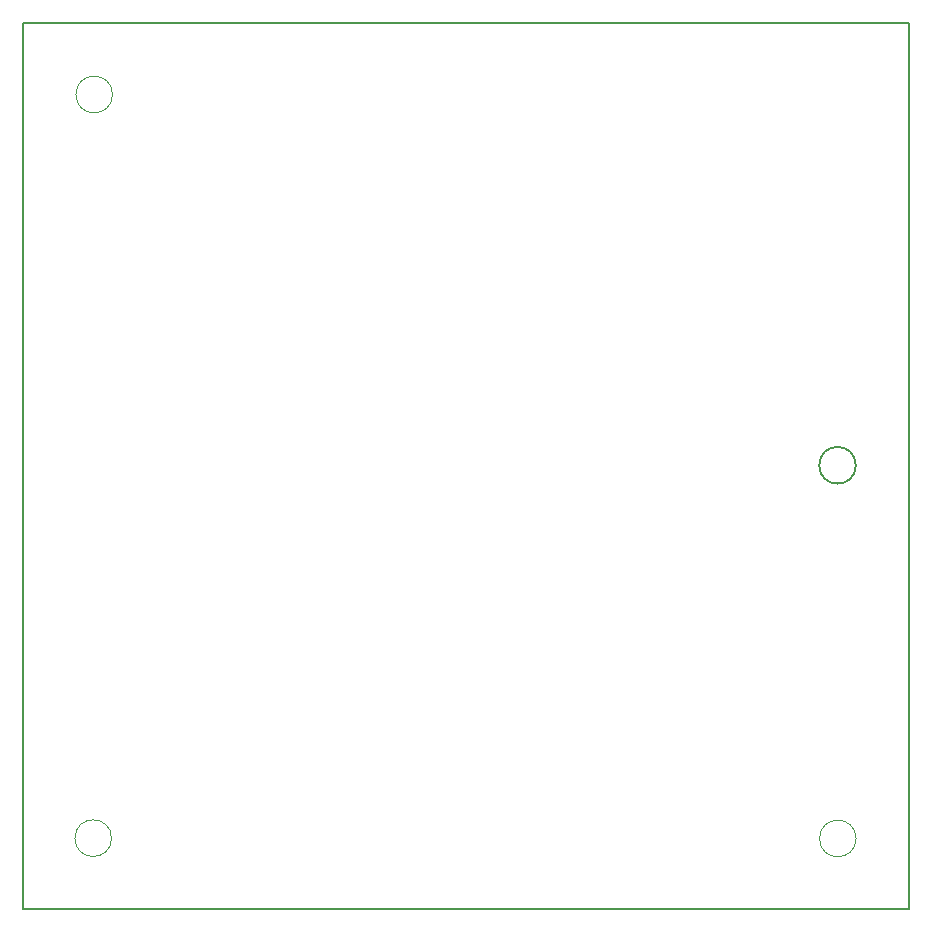
<source format=gm1>
G04 #@! TF.GenerationSoftware,KiCad,Pcbnew,(6.0.11)*
G04 #@! TF.CreationDate,2024-04-06T01:18:53+03:00*
G04 #@! TF.ProjectId,communication_module_PCB,636f6d6d-756e-4696-9361-74696f6e5f6d,rev?*
G04 #@! TF.SameCoordinates,Original*
G04 #@! TF.FileFunction,Profile,NP*
%FSLAX46Y46*%
G04 Gerber Fmt 4.6, Leading zero omitted, Abs format (unit mm)*
G04 Created by KiCad (PCBNEW (6.0.11)) date 2024-04-06 01:18:53*
%MOMM*%
%LPD*%
G01*
G04 APERTURE LIST*
G04 #@! TA.AperFunction,Profile*
%ADD10C,0.100000*%
G04 #@! TD*
G04 #@! TA.AperFunction,Profile*
%ADD11C,0.200000*%
G04 #@! TD*
G04 #@! TA.AperFunction,Profile*
%ADD12C,0.150000*%
G04 #@! TD*
G04 APERTURE END LIST*
D10*
X19485200Y-18440400D02*
G75*
G03*
X19485200Y-18440400I-1550000J0D01*
G01*
D11*
X82423600Y-49834800D02*
G75*
G03*
X82423600Y-49834800I-1550000J0D01*
G01*
D10*
X19406200Y-81404200D02*
G75*
G03*
X19406200Y-81404200I-1550000J0D01*
G01*
X82446200Y-81432400D02*
G75*
G03*
X82446200Y-81432400I-1550000J0D01*
G01*
D12*
X11918800Y-12395200D02*
X86918800Y-12395200D01*
X86918800Y-12395200D02*
X86918800Y-87395200D01*
X86918800Y-87395200D02*
X11918800Y-87395200D01*
X11918800Y-87395200D02*
X11918800Y-12395200D01*
M02*

</source>
